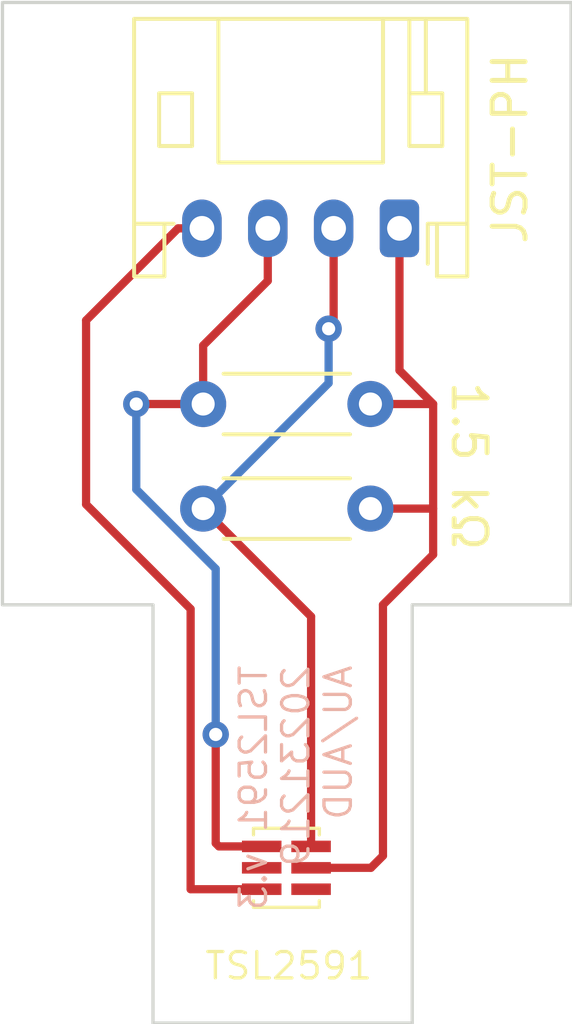
<source format=kicad_pcb>
(kicad_pcb (version 20221018) (generator pcbnew)
  (title_block (title "TSL2591") (date "2023-07-17") (rev "2") (company "AU/AUD"))
  (layers (0 "F.Cu" signal) (31 "B.Cu" signal) (34 "B.Paste" user) (35 "F.Paste" user) (36 "B.SilkS" user "B.Silkscreen") (37 "F.SilkS" user "F.Silkscreen") (38 "B.Mask" user) (39 "F.Mask" user) (44 "Edge.Cuts" user))
  (net 0 "")
  (net 1 "Net-(IC1-SCL)")
  (net 3 "Net-(IC1-GND)")
  (net 5 "Net-(IC1-VDD)")
  (net 6 "Net-(IC1-SDA)")
  (footprint "projectlib:TSL25911FN" (layer "F.Cu") (at 151.88 97.14)
    (fp_text reference "IC1" hide)
    (fp_text value "TSL25911FN" hide)
    (fp_line (start -1 -1.2) (end 1 -1.2) (stroke (width 0.1)) (layer "F.SilkS"))
    (fp_line (start -1 -1) (end -1 -1.2) (stroke (width 0.1)) (layer "F.SilkS"))
    (fp_line (start -1 1) (end -1 1.2) (stroke (width 0.1)) (layer "F.SilkS"))
    (fp_line (start -1 1.2) (end 1 1.2) (stroke (width 0.1)) (layer "F.SilkS"))
    (fp_line (start 1 -1.2) (end 1 -1) (stroke (width 0.1)) (layer "F.SilkS"))
    (fp_line (start 1 1.2) (end 1 1) (stroke (width 0.1)) (layer "F.SilkS"))
    (pad "1" smd rect (at -0.75 -0.65 90) (size 0.35 1.2) (layers "F.Cu" "F.Paste" "F.Mask") (net 1 "Net-(IC1-SCL)"))
    (pad "2" smd rect (at -0.75 0 90) (size 0.35 1.2) (layers "F.Cu" "F.Paste" "F.Mask"))
    (pad "3" smd rect (at -0.75 0.65 90) (size 0.35 1.2) (layers "F.Cu" "F.Paste" "F.Mask") (net 3 "Net-(IC1-GND)"))
    (pad "4" smd rect (at 0.75 0.65 90) (size 0.35 1.2) (layers "F.Cu" "F.Paste" "F.Mask"))
    (pad "5" smd rect (at 0.75 0 90) (size 0.35 1.2) (layers "F.Cu" "F.Paste" "F.Mask") (net 5 "Net-(IC1-VDD)"))
    (pad "6" smd rect (at 0.75 -0.65 90) (size 0.35 1.2) (layers "F.Cu" "F.Paste" "F.Mask") (net 6 "Net-(IC1-SDA)"))
  )
  (footprint "Resistor_THT:R_Axial_DIN0204_L3.6mm_D1.6mm_P5.08mm_Horizontal" (layer "F.Cu") (at 149.352 86.233)
    (fp_text reference "R2" hide)
    (fp_text value "1.5k" hide)
    (fp_line (start 0.62 -0.92) (end 4.46 -0.92) (stroke (width 0.12)) (layer "F.SilkS"))
    (fp_line (start 0.62 0.92) (end 4.46 0.92) (stroke (width 0.12)) (layer "F.SilkS"))
    (pad "1" thru_hole circle (at 0 0) (size 1.4 1.4) (drill 0.7) (layers "*.Cu" "*.Mask") (net 6 "Net-(IC1-SDA)"))
    (pad "2" thru_hole oval (at 5.08 0) (size 1.4 1.4) (drill 0.7) (layers "*.Cu" "*.Mask") (net 5 "Net-(IC1-VDD)"))
  )
  (footprint "Resistor_THT:R_Axial_DIN0204_L3.6mm_D1.6mm_P5.08mm_Horizontal" (layer "F.Cu") (at 149.352 83.058)
    (fp_text reference "R1" hide)
    (fp_text value "1.5k" hide)
    (fp_line (start 0.62 -0.92) (end 4.46 -0.92) (stroke (width 0.12)) (layer "F.SilkS"))
    (fp_line (start 0.62 0.92) (end 4.46 0.92) (stroke (width 0.12)) (layer "F.SilkS"))
    (pad "1" thru_hole circle (at 0 0) (size 1.4 1.4) (drill 0.7) (layers "*.Cu" "*.Mask") (net 1 "Net-(IC1-SCL)"))
    (pad "2" thru_hole oval (at 5.08 0) (size 1.4 1.4) (drill 0.7) (layers "*.Cu" "*.Mask") (net 5 "Net-(IC1-VDD)"))
  )
  (footprint "Connector_JST:JST_PH_S4B-PH-K_1x04_P2.00mm_Horizontal" (layer "F.Cu") (at 155.3144 77.724 180)
    (fp_text reference "J1" hide)
    (fp_text value "Conn_01x04" hide)
    (fp_line (start -2.06 -1.46) (end -2.06 6.36) (stroke (width 0.12)) (layer "F.SilkS"))
    (fp_line (start -2.06 0.14) (end -1.14 0.14) (stroke (width 0.12)) (layer "F.SilkS"))
    (fp_line (start -2.06 6.36) (end 8.06 6.36) (stroke (width 0.12)) (layer "F.SilkS"))
    (fp_line (start -1.3 2.5) (end -1.3 4.1) (stroke (width 0.12)) (layer "F.SilkS"))
    (fp_line (start -1.3 4.1) (end -0.3 4.1) (stroke (width 0.12)) (layer "F.SilkS"))
    (fp_line (start -1.14 -1.46) (end -2.06 -1.46) (stroke (width 0.12)) (layer "F.SilkS"))
    (fp_line (start -1.14 0.14) (end -1.14 -1.46) (stroke (width 0.12)) (layer "F.SilkS"))
    (fp_line (start -0.86 0.14) (end -1.14 0.14) (stroke (width 0.12)) (layer "F.SilkS"))
    (fp_line (start -0.86 0.14) (end -0.86 -1.075) (stroke (width 0.12)) (layer "F.SilkS"))
    (fp_line (start -0.8 4.1) (end -0.8 6.36) (stroke (width 0.12)) (layer "F.SilkS"))
    (fp_line (start -0.3 2.5) (end -1.3 2.5) (stroke (width 0.12)) (layer "F.SilkS"))
    (fp_line (start -0.3 4.1) (end -0.3 2.5) (stroke (width 0.12)) (layer "F.SilkS"))
    (fp_line (start -0.3 4.1) (end -0.3 6.36) (stroke (width 0.12)) (layer "F.SilkS"))
    (fp_line (start 0.5 2) (end 5.5 2) (stroke (width 0.12)) (layer "F.SilkS"))
    (fp_line (start 0.5 6.36) (end 0.5 2) (stroke (width 0.12)) (layer "F.SilkS"))
    (fp_line (start 5.5 2) (end 5.5 6.36) (stroke (width 0.12)) (layer "F.SilkS"))
    (fp_line (start 6.3 2.5) (end 7.3 2.5) (stroke (width 0.12)) (layer "F.SilkS"))
    (fp_line (start 6.3 4.1) (end 6.3 2.5) (stroke (width 0.12)) (layer "F.SilkS"))
    (fp_line (start 7.14 -1.46) (end 7.14 0.14) (stroke (width 0.12)) (layer "F.SilkS"))
    (fp_line (start 7.14 0.14) (end 6.86 0.14) (stroke (width 0.12)) (layer "F.SilkS"))
    (fp_line (start 7.3 2.5) (end 7.3 4.1) (stroke (width 0.12)) (layer "F.SilkS"))
    (fp_line (start 7.3 4.1) (end 6.3 4.1) (stroke (width 0.12)) (layer "F.SilkS"))
    (fp_line (start 8.06 -1.46) (end 7.14 -1.46) (stroke (width 0.12)) (layer "F.SilkS"))
    (fp_line (start 8.06 0.14) (end 7.14 0.14) (stroke (width 0.12)) (layer "F.SilkS"))
    (fp_line (start 8.06 6.36) (end 8.06 -1.46) (stroke (width 0.12)) (layer "F.SilkS"))
    (pad "1" thru_hole roundrect (at 0 0 180) (size 1.2 1.75) (drill 0.75) (layers "*.Cu" "*.Mask") (roundrect_rratio 0.2083333333) (net 5 "Net-(IC1-VDD)"))
    (pad "2" thru_hole oval (at 2 0 180) (size 1.2 1.75) (drill 0.75) (layers "*.Cu" "*.Mask") (net 6 "Net-(IC1-SDA)"))
    (pad "3" thru_hole oval (at 4 0 180) (size 1.2 1.75) (drill 0.75) (layers "*.Cu" "*.Mask") (net 1 "Net-(IC1-SCL)"))
    (pad "4" thru_hole oval (at 6 0 180) (size 1.2 1.75) (drill 0.75) (layers "*.Cu" "*.Mask") (net 3 "Net-(IC1-GND)"))
  )
  (gr_line (start 147.828 101.854) (end 147.828 89.154) (stroke (width 0.1)) (layer "Edge.Cuts"))
  (gr_line (start 160.528 89.154) (end 155.702 89.154) (stroke (width 0.1)) (layer "Edge.Cuts"))
  (gr_line (start 143.256 70.866) (end 160.528 70.866) (stroke (width 0.1)) (layer "Edge.Cuts"))
  (gr_line (start 155.702 89.154) (end 155.702 101.854) (stroke (width 0.1)) (layer "Edge.Cuts"))
  (gr_line (start 143.256 89.154) (end 143.256 70.866) (stroke (width 0.1)) (layer "Edge.Cuts"))
  (gr_line (start 160.528 70.866) (end 160.528 89.154) (stroke (width 0.1)) (layer "Edge.Cuts"))
  (gr_line (start 147.828 89.154) (end 143.256 89.154) (stroke (width 0.1)) (layer "Edge.Cuts"))
  (gr_line (start 155.702 101.854) (end 147.828 101.854) (stroke (width 0.1)) (layer "Edge.Cuts"))
  (gr_text "TSL2591 v.3\n20231219\nAU/AUD" (at 153.924 90.932 90) (layer "B.SilkS") (effects (font (size 0.8 0.8) (thickness 0.1) bold) (justify left bottom mirror)))
  (gr_text "TSL2591" (at 149.352 100.584) (layer "F.SilkS") (effects (font (size 0.8 0.8) (thickness 0.1)) (justify left bottom)))
  (gr_text "JST-PH" (at 159.258 78.2828 90) (layer "F.SilkS") (effects (font (size 1 1)) (justify left bottom)))
  (gr_text "1.5 kΩ" (at 156.845 82.296 -90) (layer "F.SilkS") (effects (font (size 1 1)) (justify left bottom)))
  (segment (start 151.3144 79.3176) (end 149.352 81.28) (width 0.25) (layer "F.Cu") (net 1))
  (segment (start 149.733 93.091) (end 149.733 96.393) (width 0.25) (layer "F.Cu") (net 1))
  (segment (start 149.733 96.393) (end 149.83 96.49) (width 0.25) (layer "F.Cu") (net 1))
  (segment (start 149.83 96.49) (end 151.13 96.49) (width 0.25) (layer "F.Cu") (net 1))
  (segment (start 151.3144 77.724) (end 151.3144 79.3176) (width 0.25) (layer "F.Cu") (net 1))
  (segment (start 149.352 83.058) (end 147.32 83.058) (width 0.25) (layer "F.Cu") (net 1))
  (segment (start 149.352 81.28) (end 149.352 83.058) (width 0.25) (layer "F.Cu") (net 1))
  (via (at 147.32 83.058) (size 0.8) (drill 0.4) (layers "F.Cu" "B.Cu") (net 1))
  (via (at 149.733 93.091) (size 0.8) (drill 0.4) (layers "F.Cu" "B.Cu") (net 1))
  (segment (start 147.32 83.058) (end 147.32 85.650569) (width 0.25) (layer "B.Cu") (net 1))
  (segment (start 147.32 85.650569) (end 149.733 88.063569) (width 0.25) (layer "B.Cu") (net 1))
  (segment (start 149.733 88.063569) (end 149.733 93.091) (width 0.25) (layer "B.Cu") (net 1))
  (segment (start 148.971 97.79) (end 151.13 97.79) (width 0.25) (layer "F.Cu") (net 3))
  (segment (start 145.796 86.106) (end 148.971 89.281) (width 0.25) (layer "F.Cu") (net 3))
  (segment (start 149.3144 77.724) (end 148.59 77.724) (width 0.25) (layer "F.Cu") (net 3))
  (segment (start 145.796 80.518) (end 145.796 86.106) (width 0.25) (layer "F.Cu") (net 3))
  (segment (start 148.971 89.281) (end 148.971 97.79) (width 0.25) (layer "F.Cu") (net 3))
  (segment (start 148.59 77.724) (end 145.796 80.518) (width 0.25) (layer "F.Cu") (net 3))
  (segment (start 156.337 87.63) (end 156.337 86.233) (width 0.25) (layer "F.Cu") (net 5))
  (segment (start 155.3144 82.0354) (end 156.337 83.058) (width 0.25) (layer "F.Cu") (net 5))
  (segment (start 154.432 86.233) (end 156.337 86.233) (width 0.25) (layer "F.Cu") (net 5))
  (segment (start 154.813 89.154) (end 156.337 87.63) (width 0.25) (layer "F.Cu") (net 5))
  (segment (start 152.63 97.14) (end 154.447 97.14) (width 0.25) (layer "F.Cu") (net 5))
  (segment (start 155.3144 77.724) (end 155.3144 82.0354) (width 0.25) (layer "F.Cu") (net 5))
  (segment (start 154.813 96.774) (end 154.813 89.154) (width 0.25) (layer "F.Cu") (net 5))
  (segment (start 156.337 86.233) (end 156.337 83.058) (width 0.25) (layer "F.Cu") (net 5))
  (segment (start 154.447 97.14) (end 154.813 96.774) (width 0.25) (layer "F.Cu") (net 5))
  (segment (start 154.432 83.058) (end 156.337 83.058) (width 0.25) (layer "F.Cu") (net 5))
  (segment (start 149.352 86.233) (end 152.63 89.511) (width 0.25) (layer "F.Cu") (net 6))
  (segment (start 153.3144 80.6196) (end 153.162 80.772) (width 0.25) (layer "F.Cu") (net 6))
  (segment (start 152.63 89.511) (end 152.63 96.49) (width 0.25) (layer "F.Cu") (net 6))
  (segment (start 153.3144 77.724) (end 153.3144 80.6196) (width 0.25) (layer "F.Cu") (net 6))
  (via (at 153.162 80.772) (size 0.8) (drill 0.4) (layers "F.Cu" "B.Cu") (net 6))
  (segment (start 153.162 82.423) (end 149.352 86.233) (width 0.25) (layer "B.Cu") (net 6))
  (segment (start 153.162 80.772) (end 153.162 82.423) (width 0.25) (layer "B.Cu") (net 6))
)
</source>
